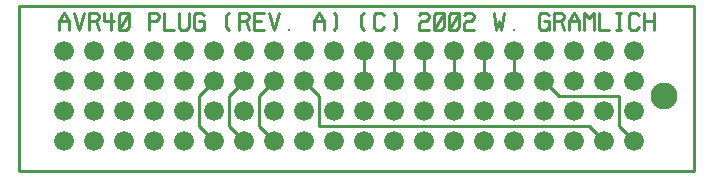
<source format=gtl>
%MOIN*%
%FSLAX25Y25*%
G04 D10 used for Character Trace; *
G04     Circle (OD=.01000) (No hole)*
G04 D11 used for Power Trace; *
G04     Circle (OD=.06700) (No hole)*
G04 D12 used for Signal Trace; *
G04     Circle (OD=.01100) (No hole)*
G04 D13 used for Via; *
G04     Circle (OD=.05800) (Round. Hole ID=.02800)*
G04 D14 used for Component hole; *
G04     Circle (OD=.06500) (Round. Hole ID=.03500)*
G04 D15 used for Component hole; *
G04     Circle (OD=.06600) (Round. Hole ID=.04200)*
G04 D16 used for Component hole; *
G04     Circle (OD=.08200) (Round. Hole ID=.05200)*
G04 D17 used for Component hole; *
G04     Circle (OD=.08950) (Round. Hole ID=.05950)*
G04 D18 used for Component hole; *
G04     Circle (OD=.11600) (Round. Hole ID=.08600)*
G04 D19 used for Component hole; *
G04     Circle (OD=.15500) (Round. Hole ID=.12500)*
G04 D20 used for Component hole; *
G04     Circle (OD=.18200) (Round. Hole ID=.15200)*
G04 D21 used for Component hole; *
G04     Circle (OD=.24300) (Round. Hole ID=.21300)*
%ADD10C,.01000*%
%ADD11C,.06700*%
%ADD12C,.01100*%
%ADD13C,.05800*%
%ADD14C,.06500*%
%ADD15C,.06600*%
%ADD16C,.08200*%
%ADD17C,.08950*%
%ADD18C,.11600*%
%ADD19C,.15500*%
%ADD20C,.18200*%
%ADD21C,.24300*%
%IPPOS*%
%LPD*%
G90*X0Y0D02*D15*X15000Y10000D03*Y20000D03*        
X25000Y10000D03*Y20000D03*Y30000D03*X15000D03*    
X35000Y10000D03*Y20000D03*Y30000D03*Y40000D03*    
X25000D03*X15000D03*X45000Y10000D03*Y20000D03*    
Y30000D03*Y40000D03*D10*X13326Y47129D02*Y50000D01*
X15000Y52871D01*X16674Y50000D01*Y47129D01*        
X13326Y50000D02*X16674D01*X18326Y52871D02*        
X20000Y47129D01*X21674Y52871D01*X23326Y47129D02*  
Y52871D01*X25837D01*X26674Y51914D01*Y50957D01*    
X25837Y50000D01*X23326D01*X25837D02*              
X26674Y47129D01*X30837Y52871D02*Y47129D01*        
X28326Y52871D02*Y50000D01*X31674D01*              
X36674Y48086D02*X35837Y47129D01*X34163D01*        
X33326Y48086D01*Y51914D01*X34163Y52871D01*        
X35837D01*X36674Y51914D01*Y48086D01*              
X33326Y47129D02*X36674Y52871D01*X43326Y47129D02*  
Y52871D01*X45837D01*X46674Y51914D01*Y50957D01*    
X45837Y50000D01*X43326D01*X48326Y52871D02*        
Y47129D01*X51674D01*X56674Y52871D02*Y48086D01*    
X55837Y47129D01*X54163D01*X53326Y48086D01*        
Y52871D01*X61674Y48086D02*X60837Y47129D01*        
X59163D01*X58326Y48086D01*Y51914D01*              
X59163Y52871D01*X60837D01*X61674Y51914D01*        
X60000Y50000D02*X61674D01*Y47129D01*              
X70000Y52871D02*X69163Y51914D01*Y48086D01*        
X70000Y47129D01*X73326D02*Y52871D01*X75837D01*    
X76674Y51914D01*Y50957D01*X75837Y50000D01*        
X73326D01*X75837D02*X76674Y47129D01*X81674D02*    
X78326D01*Y52871D01*X81674D01*X78326Y50000D02*    
X80837D01*X83326Y52871D02*X85000Y47129D01*        
X86674Y52871D01*X90000Y47129D03*X98326D02*        
Y50000D01*X100000Y52871D01*X101674Y50000D01*      
Y47129D01*X98326Y50000D02*X101674D01*             
X105000Y52871D02*X105837Y51914D01*Y48086D01*      
X105000Y47129D01*X115000Y52871D02*                
X114163Y51914D01*Y48086D01*X115000Y47129D01*      
X121674Y48086D02*X120837Y47129D01*X119163D01*     
X118326Y48086D01*Y51914D01*X119163Y52871D01*      
X120837D01*X121674Y51914D01*X125000Y52871D02*     
X125837Y51914D01*Y48086D01*X125000Y47129D01*      
X133326Y51914D02*X134163Y52871D01*X135837D01*     
X136674Y51914D01*Y50957D01*X135837Y50000D01*      
X134163D01*X133326Y49043D01*Y47129D01*X136674D01* 
X141674Y48086D02*X140837Y47129D01*X139163D01*     
X138326Y48086D01*Y51914D01*X139163Y52871D01*      
X140837D01*X141674Y51914D01*Y48086D01*            
X138326Y47129D02*X141674Y52871D01*                
X146674Y48086D02*X145837Y47129D01*X144163D01*     
X143326Y48086D01*Y51914D01*X144163Y52871D01*      
X145837D01*X146674Y51914D01*Y48086D01*            
X143326Y47129D02*X146674Y52871D01*                
X148326Y51914D02*X149163Y52871D01*X150837D01*     
X151674Y51914D01*Y50957D01*X150837Y50000D01*      
X149163D01*X148326Y49043D01*Y47129D01*X151674D01* 
X158326Y52871D02*X159163Y47129D01*                
X160000Y50000D01*X160837Y47129D01*                
X161674Y52871D01*X165000Y47129D03*                
X176674Y48086D02*X175837Y47129D01*X174163D01*     
X173326Y48086D01*Y51914D01*X174163Y52871D01*      
X175837D01*X176674Y51914D01*X175000Y50000D02*     
X176674D01*Y47129D01*X178326D02*Y52871D01*        
X180837D01*X181674Y51914D01*Y50957D01*            
X180837Y50000D01*X178326D01*X180837D02*           
X181674Y47129D01*X183326D02*Y50000D01*            
X185000Y52871D01*X186674Y50000D01*Y47129D01*      
X183326Y50000D02*X186674D01*X188326Y47129D02*     
Y52871D01*X190000Y50957D01*X191674Y52871D01*      
Y47129D01*X193326Y52871D02*Y47129D01*X196674D01*  
X200000D02*Y52871D01*X199163Y47129D02*X200837D01* 
X199163Y52871D02*X200837D01*X206674Y48086D02*     
X205837Y47129D01*X204163D01*X203326Y48086D01*     
Y51914D01*X204163Y52871D01*X205837D01*            
X206674Y51914D01*X208326Y47129D02*Y52871D01*      
X211674Y47129D02*Y52871D01*X208326Y50000D02*      
X211674D01*D12*X0Y0D02*Y55000D01*Y0D02*X225000D01*
Y55000D01*X0D01*D15*X55000Y10000D03*Y20000D03*    
Y30000D03*Y40000D03*D12*X65000Y10000D02*          
X60000Y15000D01*D15*X65000Y10000D03*D12*X75000D02*
X70000Y15000D01*D15*X75000Y10000D03*D12*X85000D02*
X80000Y15000D01*D15*X85000Y10000D03*D12*          
X80000Y15000D02*Y25000D01*X85000Y30000D01*D15*D03*
X95000Y20000D03*Y40000D03*X75000D03*Y20000D03*    
X95000Y30000D03*D12*X100000Y25000D01*Y15000D01*   
X190000D01*X195000Y10000D01*D15*D03*D12*          
X205000D02*X200000Y15000D01*D15*X205000Y10000D03* 
D12*X200000Y15000D02*Y25000D01*X180000D01*        
X175000Y30000D01*D15*D03*X185000Y20000D03*        
Y40000D03*X165000D03*D12*Y30000D01*D15*D03*       
X175000Y20000D03*Y40000D03*X155000D03*D12*        
Y30000D01*D15*D03*X165000Y20000D03*               
X145000Y40000D03*D12*Y30000D01*D15*D03*           
X155000Y20000D03*X135000Y40000D03*D12*Y30000D01*  
D15*D03*X145000Y20000D03*X125000Y40000D03*D12*    
Y30000D01*D15*D03*X135000Y20000D03*               
X115000Y40000D03*D12*Y30000D01*D15*D03*           
X125000Y20000D03*X105000Y40000D03*Y20000D03*      
Y30000D03*X115000Y20000D03*X135000Y10000D03*      
X95000D03*X105000D03*X115000D03*X125000D03*       
X145000D03*X85000Y40000D03*Y20000D03*             
X155000Y10000D03*X75000Y30000D03*D12*             
X70000Y25000D01*Y15000D01*D15*X65000Y20000D03*D12*
X60000Y15000D02*Y25000D01*X65000Y30000D01*D15*D03*
Y40000D03*X165000Y10000D03*X175000D03*X185000D03* 
Y30000D03*X195000Y20000D03*Y30000D03*Y40000D03*   
X205000Y20000D03*Y30000D03*Y40000D03*D17*         
X215000Y25000D03*M02*                             

</source>
